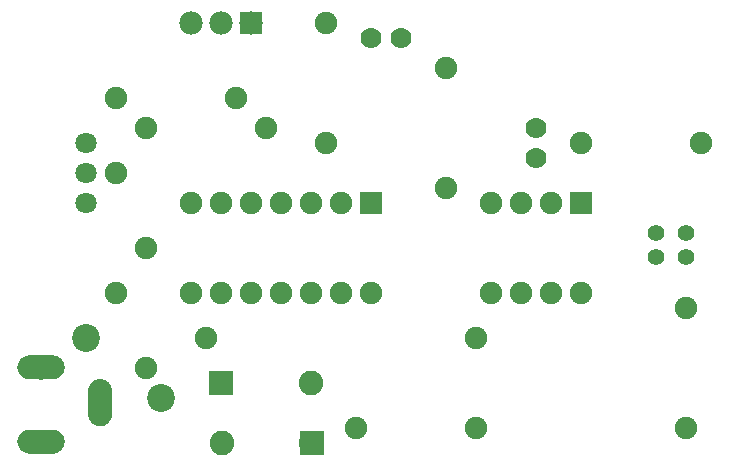
<source format=gtl>
G04 MADE WITH FRITZING*
G04 WWW.FRITZING.ORG*
G04 DOUBLE SIDED*
G04 HOLES PLATED*
G04 CONTOUR ON CENTER OF CONTOUR VECTOR*
%ASAXBY*%
%FSLAX23Y23*%
%MOIN*%
%OFA0B0*%
%SFA1.0B1.0*%
%ADD10C,0.078740*%
%ADD11C,0.055433*%
%ADD12C,0.075000*%
%ADD13C,0.078000*%
%ADD14C,0.082000*%
%ADD15C,0.070000*%
%ADD16C,0.070866*%
%ADD17C,0.092992*%
%ADD18R,0.078000X0.078000*%
%ADD19R,0.082000X0.082000*%
%ADD20R,0.075000X0.075000*%
%ADD21R,0.001000X0.001000*%
%LNCOPPER1*%
G90*
G70*
G54D10*
X116Y431D03*
X116Y183D03*
X313Y313D03*
X116Y431D03*
X116Y183D03*
X313Y313D03*
G54D11*
X2266Y881D03*
X2166Y881D03*
X2166Y798D03*
X2266Y798D03*
X2266Y881D03*
X2166Y881D03*
X2166Y798D03*
X2266Y798D03*
G54D12*
X2266Y231D03*
X2266Y631D03*
X1916Y1181D03*
X2316Y1181D03*
G54D13*
X816Y1581D03*
X716Y1581D03*
X616Y1581D03*
G54D14*
X1016Y181D03*
X718Y181D03*
G54D12*
X466Y831D03*
X466Y431D03*
X1566Y231D03*
X1166Y231D03*
X1216Y981D03*
X1116Y981D03*
X1016Y981D03*
X916Y981D03*
X816Y981D03*
X716Y981D03*
X616Y981D03*
X616Y681D03*
X716Y681D03*
X816Y681D03*
X916Y681D03*
X1016Y681D03*
X1116Y681D03*
X1216Y681D03*
X1916Y981D03*
X1916Y681D03*
X1816Y981D03*
X1816Y681D03*
X1716Y981D03*
X1716Y681D03*
X1616Y981D03*
X1616Y681D03*
G54D15*
X1766Y1231D03*
X1766Y1131D03*
X1216Y1531D03*
X1316Y1531D03*
G54D12*
X1466Y1431D03*
X1466Y1031D03*
X1066Y1181D03*
X1066Y1581D03*
X366Y681D03*
X366Y1081D03*
X466Y1231D03*
X866Y1231D03*
X766Y1331D03*
X366Y1331D03*
G54D14*
X716Y381D03*
X1014Y381D03*
G54D12*
X666Y531D03*
X1566Y531D03*
G54D16*
X266Y1181D03*
X266Y1081D03*
X266Y981D03*
G54D17*
X516Y331D03*
X266Y531D03*
G54D18*
X816Y1581D03*
G54D19*
X1017Y181D03*
G54D20*
X1216Y981D03*
X1916Y981D03*
G54D19*
X715Y381D03*
G54D21*
X72Y471D02*
X159Y471D01*
X67Y470D02*
X164Y470D01*
X64Y469D02*
X167Y469D01*
X61Y468D02*
X170Y468D01*
X59Y467D02*
X172Y467D01*
X57Y466D02*
X174Y466D01*
X55Y465D02*
X176Y465D01*
X54Y464D02*
X177Y464D01*
X53Y463D02*
X178Y463D01*
X51Y462D02*
X180Y462D01*
X50Y461D02*
X181Y461D01*
X49Y460D02*
X182Y460D01*
X48Y459D02*
X183Y459D01*
X47Y458D02*
X184Y458D01*
X46Y457D02*
X185Y457D01*
X46Y456D02*
X185Y456D01*
X45Y455D02*
X186Y455D01*
X44Y454D02*
X187Y454D01*
X43Y453D02*
X188Y453D01*
X43Y452D02*
X188Y452D01*
X42Y451D02*
X110Y451D01*
X121Y451D02*
X189Y451D01*
X42Y450D02*
X107Y450D01*
X124Y450D02*
X189Y450D01*
X41Y449D02*
X105Y449D01*
X126Y449D02*
X190Y449D01*
X41Y448D02*
X104Y448D01*
X127Y448D02*
X190Y448D01*
X40Y447D02*
X102Y447D01*
X129Y447D02*
X191Y447D01*
X40Y446D02*
X101Y446D01*
X130Y446D02*
X191Y446D01*
X40Y445D02*
X100Y445D01*
X131Y445D02*
X191Y445D01*
X39Y444D02*
X100Y444D01*
X131Y444D02*
X192Y444D01*
X39Y443D02*
X99Y443D01*
X132Y443D02*
X192Y443D01*
X39Y442D02*
X98Y442D01*
X133Y442D02*
X192Y442D01*
X38Y441D02*
X98Y441D01*
X133Y441D02*
X193Y441D01*
X38Y440D02*
X97Y440D01*
X134Y440D02*
X193Y440D01*
X38Y439D02*
X97Y439D01*
X134Y439D02*
X193Y439D01*
X38Y438D02*
X96Y438D01*
X135Y438D02*
X193Y438D01*
X38Y437D02*
X96Y437D01*
X135Y437D02*
X193Y437D01*
X37Y436D02*
X96Y436D01*
X135Y436D02*
X194Y436D01*
X37Y435D02*
X96Y435D01*
X135Y435D02*
X194Y435D01*
X37Y434D02*
X96Y434D01*
X135Y434D02*
X194Y434D01*
X37Y433D02*
X95Y433D01*
X136Y433D02*
X194Y433D01*
X37Y432D02*
X95Y432D01*
X136Y432D02*
X194Y432D01*
X37Y431D02*
X95Y431D01*
X136Y431D02*
X194Y431D01*
X37Y430D02*
X96Y430D01*
X135Y430D02*
X194Y430D01*
X37Y429D02*
X96Y429D01*
X135Y429D02*
X194Y429D01*
X37Y428D02*
X96Y428D01*
X135Y428D02*
X194Y428D01*
X38Y427D02*
X96Y427D01*
X135Y427D02*
X193Y427D01*
X38Y426D02*
X96Y426D01*
X135Y426D02*
X193Y426D01*
X38Y425D02*
X97Y425D01*
X134Y425D02*
X193Y425D01*
X38Y424D02*
X97Y424D01*
X134Y424D02*
X193Y424D01*
X38Y423D02*
X98Y423D01*
X133Y423D02*
X193Y423D01*
X39Y422D02*
X98Y422D01*
X133Y422D02*
X192Y422D01*
X39Y421D02*
X99Y421D01*
X132Y421D02*
X192Y421D01*
X39Y420D02*
X99Y420D01*
X132Y420D02*
X192Y420D01*
X39Y419D02*
X100Y419D01*
X131Y419D02*
X192Y419D01*
X40Y418D02*
X101Y418D01*
X130Y418D02*
X191Y418D01*
X40Y417D02*
X102Y417D01*
X129Y417D02*
X191Y417D01*
X41Y416D02*
X104Y416D01*
X128Y416D02*
X190Y416D01*
X41Y415D02*
X105Y415D01*
X126Y415D02*
X190Y415D01*
X42Y414D02*
X107Y414D01*
X124Y414D02*
X189Y414D01*
X42Y413D02*
X110Y413D01*
X121Y413D02*
X189Y413D01*
X43Y412D02*
X188Y412D01*
X43Y411D02*
X188Y411D01*
X44Y410D02*
X187Y410D01*
X45Y409D02*
X186Y409D01*
X45Y408D02*
X186Y408D01*
X46Y407D02*
X185Y407D01*
X47Y406D02*
X184Y406D01*
X48Y405D02*
X183Y405D01*
X49Y404D02*
X182Y404D01*
X50Y403D02*
X181Y403D01*
X51Y402D02*
X180Y402D01*
X52Y401D02*
X179Y401D01*
X54Y400D02*
X177Y400D01*
X55Y399D02*
X176Y399D01*
X57Y398D02*
X174Y398D01*
X58Y397D02*
X173Y397D01*
X61Y396D02*
X170Y396D01*
X63Y395D02*
X168Y395D01*
X66Y394D02*
X165Y394D01*
X71Y393D02*
X160Y393D01*
X307Y392D02*
X318Y392D01*
X302Y391D02*
X323Y391D01*
X299Y390D02*
X326Y390D01*
X297Y389D02*
X328Y389D01*
X294Y388D02*
X330Y388D01*
X293Y387D02*
X332Y387D01*
X291Y386D02*
X334Y386D01*
X290Y385D02*
X335Y385D01*
X288Y384D02*
X336Y384D01*
X287Y383D02*
X338Y383D01*
X286Y382D02*
X339Y382D01*
X285Y381D02*
X340Y381D01*
X284Y380D02*
X341Y380D01*
X283Y379D02*
X342Y379D01*
X282Y378D02*
X342Y378D01*
X282Y377D02*
X343Y377D01*
X281Y376D02*
X344Y376D01*
X280Y375D02*
X345Y375D01*
X279Y374D02*
X345Y374D01*
X279Y373D02*
X346Y373D01*
X278Y372D02*
X346Y372D01*
X278Y371D02*
X347Y371D01*
X277Y370D02*
X347Y370D01*
X277Y369D02*
X348Y369D01*
X276Y368D02*
X348Y368D01*
X276Y367D02*
X349Y367D01*
X276Y366D02*
X349Y366D01*
X275Y365D02*
X349Y365D01*
X275Y364D02*
X350Y364D01*
X275Y363D02*
X350Y363D01*
X275Y362D02*
X350Y362D01*
X274Y361D02*
X350Y361D01*
X274Y360D02*
X351Y360D01*
X274Y359D02*
X351Y359D01*
X274Y358D02*
X351Y358D01*
X274Y357D02*
X351Y357D01*
X274Y356D02*
X351Y356D01*
X274Y355D02*
X351Y355D01*
X274Y354D02*
X351Y354D01*
X273Y353D02*
X351Y353D01*
X273Y352D02*
X351Y352D01*
X273Y351D02*
X351Y351D01*
X273Y350D02*
X351Y350D01*
X273Y349D02*
X351Y349D01*
X273Y348D02*
X351Y348D01*
X273Y347D02*
X351Y347D01*
X273Y346D02*
X351Y346D01*
X273Y345D02*
X351Y345D01*
X273Y344D02*
X351Y344D01*
X273Y343D02*
X351Y343D01*
X273Y342D02*
X351Y342D01*
X273Y341D02*
X351Y341D01*
X273Y340D02*
X351Y340D01*
X273Y339D02*
X351Y339D01*
X273Y338D02*
X351Y338D01*
X273Y337D02*
X351Y337D01*
X273Y336D02*
X351Y336D01*
X273Y335D02*
X351Y335D01*
X273Y334D02*
X351Y334D01*
X273Y333D02*
X308Y333D01*
X317Y333D02*
X351Y333D01*
X273Y332D02*
X304Y332D01*
X320Y332D02*
X351Y332D01*
X273Y331D02*
X302Y331D01*
X322Y331D02*
X351Y331D01*
X273Y330D02*
X301Y330D01*
X324Y330D02*
X351Y330D01*
X273Y329D02*
X299Y329D01*
X325Y329D02*
X351Y329D01*
X273Y328D02*
X298Y328D01*
X326Y328D02*
X351Y328D01*
X273Y327D02*
X297Y327D01*
X327Y327D02*
X351Y327D01*
X273Y326D02*
X297Y326D01*
X328Y326D02*
X351Y326D01*
X273Y325D02*
X296Y325D01*
X329Y325D02*
X351Y325D01*
X273Y324D02*
X295Y324D01*
X330Y324D02*
X351Y324D01*
X273Y323D02*
X295Y323D01*
X330Y323D02*
X351Y323D01*
X273Y322D02*
X294Y322D01*
X331Y322D02*
X351Y322D01*
X273Y321D02*
X294Y321D01*
X331Y321D02*
X351Y321D01*
X273Y320D02*
X293Y320D01*
X331Y320D02*
X351Y320D01*
X273Y319D02*
X293Y319D01*
X332Y319D02*
X351Y319D01*
X273Y318D02*
X293Y318D01*
X332Y318D02*
X351Y318D01*
X273Y317D02*
X292Y317D01*
X332Y317D02*
X351Y317D01*
X273Y316D02*
X292Y316D01*
X332Y316D02*
X351Y316D01*
X273Y315D02*
X292Y315D01*
X332Y315D02*
X351Y315D01*
X273Y314D02*
X292Y314D01*
X332Y314D02*
X351Y314D01*
X273Y313D02*
X292Y313D01*
X332Y313D02*
X351Y313D01*
X273Y312D02*
X292Y312D01*
X332Y312D02*
X351Y312D01*
X273Y311D02*
X292Y311D01*
X332Y311D02*
X351Y311D01*
X273Y310D02*
X293Y310D01*
X332Y310D02*
X351Y310D01*
X273Y309D02*
X293Y309D01*
X332Y309D02*
X351Y309D01*
X273Y308D02*
X293Y308D01*
X332Y308D02*
X351Y308D01*
X273Y307D02*
X293Y307D01*
X331Y307D02*
X351Y307D01*
X273Y306D02*
X294Y306D01*
X331Y306D02*
X351Y306D01*
X273Y305D02*
X294Y305D01*
X330Y305D02*
X351Y305D01*
X273Y304D02*
X295Y304D01*
X330Y304D02*
X351Y304D01*
X273Y303D02*
X295Y303D01*
X329Y303D02*
X351Y303D01*
X273Y302D02*
X296Y302D01*
X328Y302D02*
X351Y302D01*
X273Y301D02*
X297Y301D01*
X328Y301D02*
X351Y301D01*
X273Y300D02*
X298Y300D01*
X327Y300D02*
X351Y300D01*
X273Y299D02*
X299Y299D01*
X326Y299D02*
X351Y299D01*
X273Y298D02*
X300Y298D01*
X324Y298D02*
X351Y298D01*
X273Y297D02*
X302Y297D01*
X323Y297D02*
X351Y297D01*
X273Y296D02*
X304Y296D01*
X321Y296D02*
X351Y296D01*
X273Y295D02*
X306Y295D01*
X318Y295D02*
X351Y295D01*
X273Y294D02*
X351Y294D01*
X273Y293D02*
X351Y293D01*
X273Y292D02*
X351Y292D01*
X273Y291D02*
X351Y291D01*
X273Y290D02*
X351Y290D01*
X273Y289D02*
X351Y289D01*
X273Y288D02*
X351Y288D01*
X273Y287D02*
X351Y287D01*
X273Y286D02*
X351Y286D01*
X273Y285D02*
X351Y285D01*
X273Y284D02*
X351Y284D01*
X273Y283D02*
X351Y283D01*
X273Y282D02*
X351Y282D01*
X273Y281D02*
X351Y281D01*
X273Y280D02*
X351Y280D01*
X273Y279D02*
X351Y279D01*
X273Y278D02*
X351Y278D01*
X273Y277D02*
X351Y277D01*
X273Y276D02*
X351Y276D01*
X273Y275D02*
X351Y275D01*
X274Y274D02*
X351Y274D01*
X274Y273D02*
X351Y273D01*
X274Y272D02*
X351Y272D01*
X274Y271D02*
X351Y271D01*
X274Y270D02*
X351Y270D01*
X274Y269D02*
X351Y269D01*
X274Y268D02*
X351Y268D01*
X274Y267D02*
X350Y267D01*
X274Y266D02*
X350Y266D01*
X275Y265D02*
X350Y265D01*
X275Y264D02*
X350Y264D01*
X275Y263D02*
X350Y263D01*
X276Y262D02*
X349Y262D01*
X276Y261D02*
X349Y261D01*
X276Y260D02*
X348Y260D01*
X277Y259D02*
X348Y259D01*
X277Y258D02*
X348Y258D01*
X278Y257D02*
X347Y257D01*
X278Y256D02*
X347Y256D01*
X279Y255D02*
X346Y255D01*
X279Y254D02*
X345Y254D01*
X280Y253D02*
X345Y253D01*
X281Y252D02*
X344Y252D01*
X281Y251D02*
X343Y251D01*
X282Y250D02*
X343Y250D01*
X283Y249D02*
X342Y249D01*
X284Y248D02*
X341Y248D01*
X285Y247D02*
X340Y247D01*
X286Y246D02*
X339Y246D01*
X287Y245D02*
X338Y245D01*
X288Y244D02*
X337Y244D01*
X289Y243D02*
X335Y243D01*
X291Y242D02*
X334Y242D01*
X292Y241D02*
X333Y241D01*
X294Y240D02*
X331Y240D01*
X296Y239D02*
X329Y239D01*
X298Y238D02*
X327Y238D01*
X301Y237D02*
X324Y237D01*
X304Y236D02*
X320Y236D01*
X72Y223D02*
X159Y223D01*
X67Y222D02*
X164Y222D01*
X64Y221D02*
X167Y221D01*
X61Y220D02*
X170Y220D01*
X59Y219D02*
X172Y219D01*
X57Y218D02*
X174Y218D01*
X55Y217D02*
X176Y217D01*
X54Y216D02*
X177Y216D01*
X53Y215D02*
X178Y215D01*
X51Y214D02*
X180Y214D01*
X50Y213D02*
X181Y213D01*
X49Y212D02*
X182Y212D01*
X48Y211D02*
X183Y211D01*
X47Y210D02*
X184Y210D01*
X46Y209D02*
X185Y209D01*
X46Y208D02*
X185Y208D01*
X45Y207D02*
X186Y207D01*
X44Y206D02*
X187Y206D01*
X43Y205D02*
X188Y205D01*
X43Y204D02*
X188Y204D01*
X42Y203D02*
X110Y203D01*
X121Y203D02*
X189Y203D01*
X42Y202D02*
X107Y202D01*
X124Y202D02*
X189Y202D01*
X41Y201D02*
X105Y201D01*
X126Y201D02*
X190Y201D01*
X41Y200D02*
X104Y200D01*
X127Y200D02*
X190Y200D01*
X40Y199D02*
X102Y199D01*
X129Y199D02*
X191Y199D01*
X40Y198D02*
X101Y198D01*
X130Y198D02*
X191Y198D01*
X40Y197D02*
X100Y197D01*
X131Y197D02*
X191Y197D01*
X39Y196D02*
X100Y196D01*
X131Y196D02*
X192Y196D01*
X39Y195D02*
X99Y195D01*
X132Y195D02*
X192Y195D01*
X39Y194D02*
X98Y194D01*
X133Y194D02*
X192Y194D01*
X38Y193D02*
X98Y193D01*
X133Y193D02*
X193Y193D01*
X38Y192D02*
X97Y192D01*
X134Y192D02*
X193Y192D01*
X38Y191D02*
X97Y191D01*
X134Y191D02*
X193Y191D01*
X38Y190D02*
X96Y190D01*
X135Y190D02*
X193Y190D01*
X38Y189D02*
X96Y189D01*
X135Y189D02*
X193Y189D01*
X37Y188D02*
X96Y188D01*
X135Y188D02*
X194Y188D01*
X37Y187D02*
X96Y187D01*
X135Y187D02*
X194Y187D01*
X37Y186D02*
X96Y186D01*
X135Y186D02*
X194Y186D01*
X37Y185D02*
X95Y185D01*
X136Y185D02*
X194Y185D01*
X37Y184D02*
X95Y184D01*
X136Y184D02*
X194Y184D01*
X37Y183D02*
X95Y183D01*
X136Y183D02*
X194Y183D01*
X37Y182D02*
X96Y182D01*
X135Y182D02*
X194Y182D01*
X37Y181D02*
X96Y181D01*
X135Y181D02*
X194Y181D01*
X37Y180D02*
X96Y180D01*
X135Y180D02*
X194Y180D01*
X38Y179D02*
X96Y179D01*
X135Y179D02*
X193Y179D01*
X38Y178D02*
X96Y178D01*
X135Y178D02*
X193Y178D01*
X38Y177D02*
X97Y177D01*
X134Y177D02*
X193Y177D01*
X38Y176D02*
X97Y176D01*
X134Y176D02*
X193Y176D01*
X38Y175D02*
X98Y175D01*
X133Y175D02*
X193Y175D01*
X39Y174D02*
X98Y174D01*
X133Y174D02*
X192Y174D01*
X39Y173D02*
X99Y173D01*
X132Y173D02*
X192Y173D01*
X39Y172D02*
X99Y172D01*
X132Y172D02*
X192Y172D01*
X39Y171D02*
X100Y171D01*
X131Y171D02*
X192Y171D01*
X40Y170D02*
X101Y170D01*
X130Y170D02*
X191Y170D01*
X40Y169D02*
X102Y169D01*
X129Y169D02*
X191Y169D01*
X41Y168D02*
X104Y168D01*
X128Y168D02*
X190Y168D01*
X41Y167D02*
X105Y167D01*
X126Y167D02*
X190Y167D01*
X42Y166D02*
X107Y166D01*
X124Y166D02*
X189Y166D01*
X42Y165D02*
X110Y165D01*
X121Y165D02*
X189Y165D01*
X43Y164D02*
X188Y164D01*
X43Y163D02*
X188Y163D01*
X44Y162D02*
X187Y162D01*
X45Y161D02*
X186Y161D01*
X45Y160D02*
X186Y160D01*
X46Y159D02*
X185Y159D01*
X47Y158D02*
X184Y158D01*
X48Y157D02*
X183Y157D01*
X49Y156D02*
X182Y156D01*
X50Y155D02*
X181Y155D01*
X51Y154D02*
X180Y154D01*
X52Y153D02*
X179Y153D01*
X54Y152D02*
X177Y152D01*
X55Y151D02*
X176Y151D01*
X57Y150D02*
X174Y150D01*
X59Y149D02*
X172Y149D01*
X61Y148D02*
X170Y148D01*
X63Y147D02*
X168Y147D01*
X66Y146D02*
X165Y146D01*
X71Y145D02*
X160Y145D01*
D02*
G04 End of Copper1*
M02*
</source>
